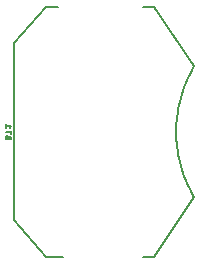
<source format=gbr>
G04 EAGLE Gerber RS-274X export*
G75*
%MOIN*%
%FSLAX34Y34*%
%LPD*%
%INSilkscreen Bottom*%
%IPPOS*%
%AMOC8*
5,1,8,0,0,1.08239X$1,22.5*%
G01*
%ADD10C,0.008000*%
%ADD11C,0.005000*%


D10*
X9606Y8453D02*
X9606Y2547D01*
X9606Y8453D02*
X10669Y9654D01*
X9606Y2547D02*
X10669Y1346D01*
X14291Y1346D02*
X15630Y3315D01*
X15566Y3425D01*
X15505Y3537D01*
X15447Y3651D01*
X15393Y3766D01*
X15342Y3884D01*
X15295Y4002D01*
X15251Y4122D01*
X15212Y4243D01*
X15175Y4366D01*
X15143Y4489D01*
X15114Y4613D01*
X15089Y4739D01*
X15068Y4864D01*
X15051Y4991D01*
X15037Y5118D01*
X15028Y5245D01*
X15022Y5372D01*
X15020Y5500D01*
X15022Y5628D01*
X15028Y5755D01*
X15037Y5882D01*
X15051Y6009D01*
X15068Y6136D01*
X15089Y6261D01*
X15114Y6387D01*
X15143Y6511D01*
X15175Y6634D01*
X15212Y6757D01*
X15251Y6878D01*
X15295Y6998D01*
X15342Y7116D01*
X15393Y7234D01*
X15447Y7349D01*
X15505Y7463D01*
X15566Y7575D01*
X15630Y7685D01*
X14291Y9654D01*
X11240Y1346D02*
X10669Y1346D01*
X10669Y9654D02*
X11090Y9654D01*
X13910Y9654D02*
X14291Y9654D01*
X14291Y1346D02*
X13910Y1346D01*
D11*
X9441Y5252D02*
X9441Y5305D01*
X9439Y5319D01*
X9434Y5332D01*
X9425Y5342D01*
X9415Y5351D01*
X9402Y5356D01*
X9388Y5358D01*
X9374Y5356D01*
X9362Y5351D01*
X9351Y5342D01*
X9342Y5332D01*
X9337Y5319D01*
X9335Y5305D01*
X9335Y5252D01*
X9525Y5252D01*
X9525Y5305D01*
X9523Y5317D01*
X9518Y5328D01*
X9511Y5337D01*
X9500Y5343D01*
X9489Y5347D01*
X9477Y5347D01*
X9466Y5343D01*
X9455Y5337D01*
X9448Y5328D01*
X9443Y5317D01*
X9441Y5305D01*
X9525Y5494D02*
X9335Y5494D01*
X9525Y5546D02*
X9525Y5441D01*
X9483Y5642D02*
X9525Y5695D01*
X9335Y5695D01*
X9335Y5642D02*
X9335Y5748D01*
M02*

</source>
